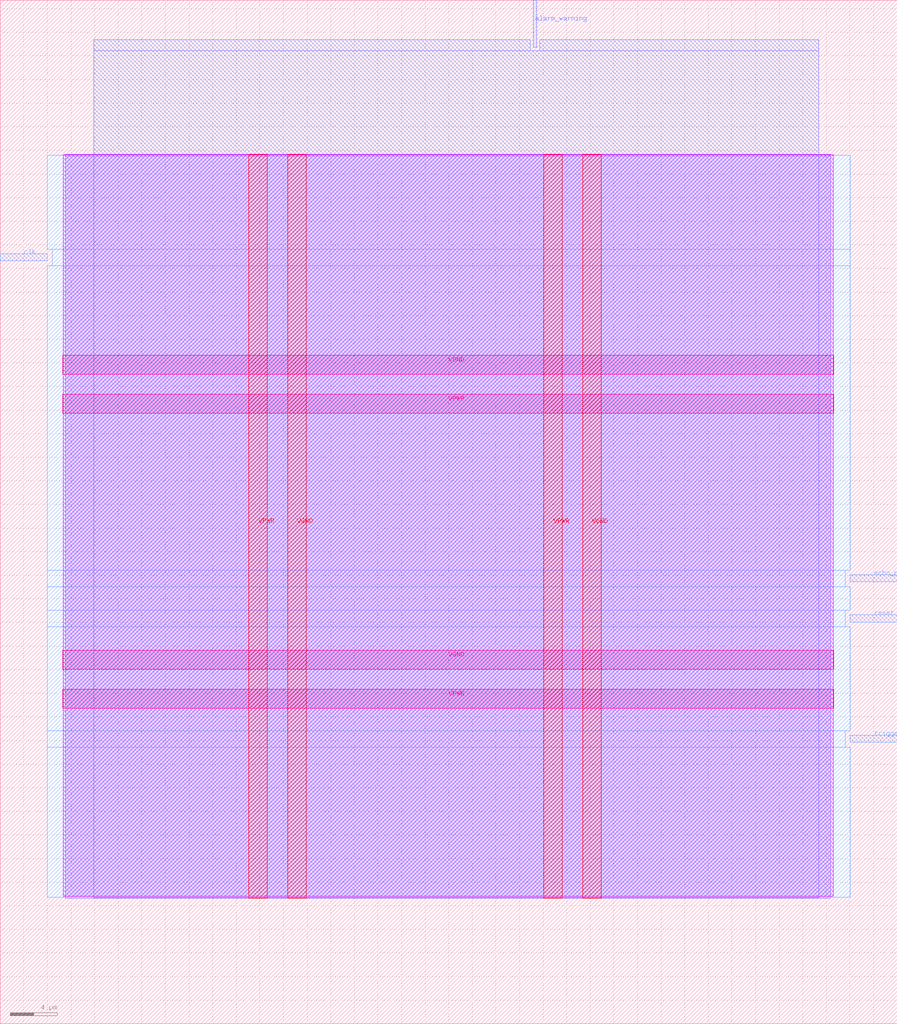
<source format=lef>
VERSION 5.7 ;
  NOWIREEXTENSIONATPIN ON ;
  DIVIDERCHAR "/" ;
  BUSBITCHARS "[]" ;
MACRO parking_sensor_top
  CLASS BLOCK ;
  FOREIGN parking_sensor_top ;
  ORIGIN 0.000 0.000 ;
  SIZE 76.005 BY 86.725 ;
  PIN VGND
    DIRECTION INOUT ;
    USE GROUND ;
    PORT
      LAYER met4 ;
        RECT 24.340 10.640 25.940 73.680 ;
    END
    PORT
      LAYER met4 ;
        RECT 49.340 10.640 50.940 73.680 ;
    END
    PORT
      LAYER met5 ;
        RECT 5.280 30.030 70.620 31.630 ;
    END
    PORT
      LAYER met5 ;
        RECT 5.280 55.030 70.620 56.630 ;
    END
  END VGND
  PIN VPWR
    DIRECTION INOUT ;
    USE POWER ;
    PORT
      LAYER met4 ;
        RECT 21.040 10.640 22.640 73.680 ;
    END
    PORT
      LAYER met4 ;
        RECT 46.040 10.640 47.640 73.680 ;
    END
    PORT
      LAYER met5 ;
        RECT 5.280 26.730 70.620 28.330 ;
    END
    PORT
      LAYER met5 ;
        RECT 5.280 51.730 70.620 53.330 ;
    END
  END VPWR
  PIN alarm_warning
    DIRECTION OUTPUT ;
    USE SIGNAL ;
    ANTENNADIFFAREA 0.445500 ;
    PORT
      LAYER met2 ;
        RECT 45.170 82.725 45.450 86.725 ;
    END
  END alarm_warning
  PIN clk
    DIRECTION INPUT ;
    USE SIGNAL ;
    ANTENNAGATEAREA 0.852000 ;
    PORT
      LAYER met3 ;
        RECT 0.000 64.640 4.000 65.240 ;
    END
  END clk
  PIN echo_pulse
    DIRECTION INPUT ;
    USE SIGNAL ;
    ANTENNAGATEAREA 0.196500 ;
    PORT
      LAYER met3 ;
        RECT 72.005 37.440 76.005 38.040 ;
    END
  END echo_pulse
  PIN reset
    DIRECTION INPUT ;
    USE SIGNAL ;
    ANTENNAGATEAREA 0.196500 ;
    PORT
      LAYER met3 ;
        RECT 72.005 34.040 76.005 34.640 ;
    END
  END reset
  PIN trigger_pulse
    DIRECTION OUTPUT ;
    USE SIGNAL ;
    ANTENNADIFFAREA 0.445500 ;
    PORT
      LAYER met3 ;
        RECT 72.005 23.840 76.005 24.440 ;
    END
  END trigger_pulse
  OBS
      LAYER nwell ;
        RECT 5.330 10.795 70.570 73.630 ;
      LAYER li1 ;
        RECT 5.520 10.795 70.380 73.525 ;
      LAYER met1 ;
        RECT 5.520 10.640 70.380 73.680 ;
      LAYER met2 ;
        RECT 7.920 82.445 44.890 83.370 ;
        RECT 45.730 82.445 69.370 83.370 ;
        RECT 7.920 10.695 69.370 82.445 ;
      LAYER met3 ;
        RECT 4.000 65.640 72.005 73.605 ;
        RECT 4.400 64.240 72.005 65.640 ;
        RECT 4.000 38.440 72.005 64.240 ;
        RECT 4.000 37.040 71.605 38.440 ;
        RECT 4.000 35.040 72.005 37.040 ;
        RECT 4.000 33.640 71.605 35.040 ;
        RECT 4.000 24.840 72.005 33.640 ;
        RECT 4.000 23.440 71.605 24.840 ;
        RECT 4.000 10.715 72.005 23.440 ;
  END
END parking_sensor_top
END LIBRARY


</source>
